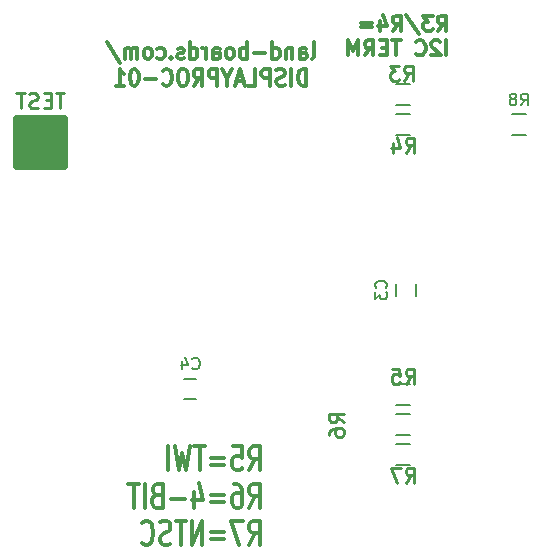
<source format=gbo>
G04 #@! TF.FileFunction,Legend,Bot*
%FSLAX46Y46*%
G04 Gerber Fmt 4.6, Leading zero omitted, Abs format (unit mm)*
G04 Created by KiCad (PCBNEW (after 2015-mar-04 BZR unknown)-product) date 11/11/2016 2:11:17 PM*
%MOMM*%
G01*
G04 APERTURE LIST*
%ADD10C,0.150000*%
%ADD11C,0.304800*%
%ADD12C,0.650000*%
%ADD13C,0.254000*%
G04 APERTURE END LIST*
D10*
D11*
X192646905Y-82464124D02*
X193070238Y-81859362D01*
X193372619Y-82464124D02*
X193372619Y-81194124D01*
X192888810Y-81194124D01*
X192767857Y-81254600D01*
X192707381Y-81315076D01*
X192646905Y-81436029D01*
X192646905Y-81617457D01*
X192707381Y-81738410D01*
X192767857Y-81798886D01*
X192888810Y-81859362D01*
X193372619Y-81859362D01*
X192223571Y-81194124D02*
X191437381Y-81194124D01*
X191860714Y-81677933D01*
X191679286Y-81677933D01*
X191558333Y-81738410D01*
X191497857Y-81798886D01*
X191437381Y-81919838D01*
X191437381Y-82222219D01*
X191497857Y-82343171D01*
X191558333Y-82403648D01*
X191679286Y-82464124D01*
X192042143Y-82464124D01*
X192163095Y-82403648D01*
X192223571Y-82343171D01*
X189985952Y-81133648D02*
X191074524Y-82766505D01*
X188836905Y-82464124D02*
X189260238Y-81859362D01*
X189562619Y-82464124D02*
X189562619Y-81194124D01*
X189078810Y-81194124D01*
X188957857Y-81254600D01*
X188897381Y-81315076D01*
X188836905Y-81436029D01*
X188836905Y-81617457D01*
X188897381Y-81738410D01*
X188957857Y-81798886D01*
X189078810Y-81859362D01*
X189562619Y-81859362D01*
X187748333Y-81617457D02*
X187748333Y-82464124D01*
X188050714Y-81133648D02*
X188353095Y-82040790D01*
X187566905Y-82040790D01*
X187083095Y-81798886D02*
X186115476Y-81798886D01*
X186115476Y-82161743D02*
X187083095Y-82161743D01*
X193372619Y-84546924D02*
X193372619Y-83276924D01*
X192828333Y-83397876D02*
X192767857Y-83337400D01*
X192646905Y-83276924D01*
X192344524Y-83276924D01*
X192223571Y-83337400D01*
X192163095Y-83397876D01*
X192102619Y-83518829D01*
X192102619Y-83639781D01*
X192163095Y-83821210D01*
X192888809Y-84546924D01*
X192102619Y-84546924D01*
X190832619Y-84425971D02*
X190893095Y-84486448D01*
X191074524Y-84546924D01*
X191195476Y-84546924D01*
X191376904Y-84486448D01*
X191497857Y-84365495D01*
X191558333Y-84244543D01*
X191618809Y-84002638D01*
X191618809Y-83821210D01*
X191558333Y-83579305D01*
X191497857Y-83458352D01*
X191376904Y-83337400D01*
X191195476Y-83276924D01*
X191074524Y-83276924D01*
X190893095Y-83337400D01*
X190832619Y-83397876D01*
X189502143Y-83276924D02*
X188776428Y-83276924D01*
X189139285Y-84546924D02*
X189139285Y-83276924D01*
X188353095Y-83881686D02*
X187929762Y-83881686D01*
X187748333Y-84546924D02*
X188353095Y-84546924D01*
X188353095Y-83276924D01*
X187748333Y-83276924D01*
X186478333Y-84546924D02*
X186901666Y-83942162D01*
X187204047Y-84546924D02*
X187204047Y-83276924D01*
X186720238Y-83276924D01*
X186599285Y-83337400D01*
X186538809Y-83397876D01*
X186478333Y-83518829D01*
X186478333Y-83700257D01*
X186538809Y-83821210D01*
X186599285Y-83881686D01*
X186720238Y-83942162D01*
X187204047Y-83942162D01*
X185934047Y-84546924D02*
X185934047Y-83276924D01*
X185510714Y-84184067D01*
X185087380Y-83276924D01*
X185087380Y-84546924D01*
X176693286Y-119689638D02*
X177201286Y-118722019D01*
X177564143Y-119689638D02*
X177564143Y-117657638D01*
X176983571Y-117657638D01*
X176838429Y-117754400D01*
X176765857Y-117851162D01*
X176693286Y-118044686D01*
X176693286Y-118334971D01*
X176765857Y-118528495D01*
X176838429Y-118625257D01*
X176983571Y-118722019D01*
X177564143Y-118722019D01*
X175314429Y-117657638D02*
X176040143Y-117657638D01*
X176112714Y-118625257D01*
X176040143Y-118528495D01*
X175895000Y-118431733D01*
X175532143Y-118431733D01*
X175387000Y-118528495D01*
X175314429Y-118625257D01*
X175241857Y-118818781D01*
X175241857Y-119302590D01*
X175314429Y-119496114D01*
X175387000Y-119592876D01*
X175532143Y-119689638D01*
X175895000Y-119689638D01*
X176040143Y-119592876D01*
X176112714Y-119496114D01*
X174588714Y-118625257D02*
X173427571Y-118625257D01*
X173427571Y-119205829D02*
X174588714Y-119205829D01*
X172919571Y-117657638D02*
X172048714Y-117657638D01*
X172484143Y-119689638D02*
X172484143Y-117657638D01*
X171685857Y-117657638D02*
X171323000Y-119689638D01*
X171032714Y-118238210D01*
X170742428Y-119689638D01*
X170379571Y-117657638D01*
X169799000Y-119689638D02*
X169799000Y-117657638D01*
X176693286Y-122839238D02*
X177201286Y-121871619D01*
X177564143Y-122839238D02*
X177564143Y-120807238D01*
X176983571Y-120807238D01*
X176838429Y-120904000D01*
X176765857Y-121000762D01*
X176693286Y-121194286D01*
X176693286Y-121484571D01*
X176765857Y-121678095D01*
X176838429Y-121774857D01*
X176983571Y-121871619D01*
X177564143Y-121871619D01*
X175387000Y-120807238D02*
X175677286Y-120807238D01*
X175822429Y-120904000D01*
X175895000Y-121000762D01*
X176040143Y-121291048D01*
X176112714Y-121678095D01*
X176112714Y-122452190D01*
X176040143Y-122645714D01*
X175967571Y-122742476D01*
X175822429Y-122839238D01*
X175532143Y-122839238D01*
X175387000Y-122742476D01*
X175314429Y-122645714D01*
X175241857Y-122452190D01*
X175241857Y-121968381D01*
X175314429Y-121774857D01*
X175387000Y-121678095D01*
X175532143Y-121581333D01*
X175822429Y-121581333D01*
X175967571Y-121678095D01*
X176040143Y-121774857D01*
X176112714Y-121968381D01*
X174588714Y-121774857D02*
X173427571Y-121774857D01*
X173427571Y-122355429D02*
X174588714Y-122355429D01*
X172048714Y-121484571D02*
X172048714Y-122839238D01*
X172411571Y-120710476D02*
X172774428Y-122161905D01*
X171831000Y-122161905D01*
X171250428Y-122065143D02*
X170089285Y-122065143D01*
X168855571Y-121774857D02*
X168637857Y-121871619D01*
X168565285Y-121968381D01*
X168492714Y-122161905D01*
X168492714Y-122452190D01*
X168565285Y-122645714D01*
X168637857Y-122742476D01*
X168782999Y-122839238D01*
X169363571Y-122839238D01*
X169363571Y-120807238D01*
X168855571Y-120807238D01*
X168710428Y-120904000D01*
X168637857Y-121000762D01*
X168565285Y-121194286D01*
X168565285Y-121387810D01*
X168637857Y-121581333D01*
X168710428Y-121678095D01*
X168855571Y-121774857D01*
X169363571Y-121774857D01*
X167839571Y-122839238D02*
X167839571Y-120807238D01*
X167331571Y-120807238D02*
X166460714Y-120807238D01*
X166896143Y-122839238D02*
X166896143Y-120807238D01*
X176693286Y-125988838D02*
X177201286Y-125021219D01*
X177564143Y-125988838D02*
X177564143Y-123956838D01*
X176983571Y-123956838D01*
X176838429Y-124053600D01*
X176765857Y-124150362D01*
X176693286Y-124343886D01*
X176693286Y-124634171D01*
X176765857Y-124827695D01*
X176838429Y-124924457D01*
X176983571Y-125021219D01*
X177564143Y-125021219D01*
X176185286Y-123956838D02*
X175169286Y-123956838D01*
X175822429Y-125988838D01*
X174588714Y-124924457D02*
X173427571Y-124924457D01*
X173427571Y-125505029D02*
X174588714Y-125505029D01*
X172701857Y-125988838D02*
X172701857Y-123956838D01*
X171831000Y-125988838D01*
X171831000Y-123956838D01*
X171323000Y-123956838D02*
X170452143Y-123956838D01*
X170887572Y-125988838D02*
X170887572Y-123956838D01*
X170016714Y-125892076D02*
X169799000Y-125988838D01*
X169436143Y-125988838D01*
X169291000Y-125892076D01*
X169218429Y-125795314D01*
X169145857Y-125601790D01*
X169145857Y-125408267D01*
X169218429Y-125214743D01*
X169291000Y-125117981D01*
X169436143Y-125021219D01*
X169726429Y-124924457D01*
X169871571Y-124827695D01*
X169944143Y-124730933D01*
X170016714Y-124537410D01*
X170016714Y-124343886D01*
X169944143Y-124150362D01*
X169871571Y-124053600D01*
X169726429Y-123956838D01*
X169363571Y-123956838D01*
X169145857Y-124053600D01*
X167621857Y-125795314D02*
X167694428Y-125892076D01*
X167912142Y-125988838D01*
X168057285Y-125988838D01*
X168275000Y-125892076D01*
X168420142Y-125698552D01*
X168492714Y-125505029D01*
X168565285Y-125117981D01*
X168565285Y-124827695D01*
X168492714Y-124440648D01*
X168420142Y-124247124D01*
X168275000Y-124053600D01*
X168057285Y-123956838D01*
X167912142Y-123956838D01*
X167694428Y-124053600D01*
X167621857Y-124150362D01*
X181978905Y-84845676D02*
X182099858Y-84779152D01*
X182160334Y-84646105D01*
X182160334Y-83448676D01*
X180950810Y-84845676D02*
X180950810Y-84113914D01*
X181011287Y-83980867D01*
X181132239Y-83914343D01*
X181374144Y-83914343D01*
X181495096Y-83980867D01*
X180950810Y-84779152D02*
X181071763Y-84845676D01*
X181374144Y-84845676D01*
X181495096Y-84779152D01*
X181555572Y-84646105D01*
X181555572Y-84513057D01*
X181495096Y-84380010D01*
X181374144Y-84313486D01*
X181071763Y-84313486D01*
X180950810Y-84246962D01*
X180346048Y-83914343D02*
X180346048Y-84845676D01*
X180346048Y-84047390D02*
X180285572Y-83980867D01*
X180164619Y-83914343D01*
X179983191Y-83914343D01*
X179862239Y-83980867D01*
X179801762Y-84113914D01*
X179801762Y-84845676D01*
X178652714Y-84845676D02*
X178652714Y-83448676D01*
X178652714Y-84779152D02*
X178773667Y-84845676D01*
X179015571Y-84845676D01*
X179136524Y-84779152D01*
X179197000Y-84712629D01*
X179257476Y-84579581D01*
X179257476Y-84180438D01*
X179197000Y-84047390D01*
X179136524Y-83980867D01*
X179015571Y-83914343D01*
X178773667Y-83914343D01*
X178652714Y-83980867D01*
X178047952Y-84313486D02*
X177080333Y-84313486D01*
X176475571Y-84845676D02*
X176475571Y-83448676D01*
X176475571Y-83980867D02*
X176354619Y-83914343D01*
X176112714Y-83914343D01*
X175991762Y-83980867D01*
X175931285Y-84047390D01*
X175870809Y-84180438D01*
X175870809Y-84579581D01*
X175931285Y-84712629D01*
X175991762Y-84779152D01*
X176112714Y-84845676D01*
X176354619Y-84845676D01*
X176475571Y-84779152D01*
X175145094Y-84845676D02*
X175266047Y-84779152D01*
X175326523Y-84712629D01*
X175386999Y-84579581D01*
X175386999Y-84180438D01*
X175326523Y-84047390D01*
X175266047Y-83980867D01*
X175145094Y-83914343D01*
X174963666Y-83914343D01*
X174842714Y-83980867D01*
X174782237Y-84047390D01*
X174721761Y-84180438D01*
X174721761Y-84579581D01*
X174782237Y-84712629D01*
X174842714Y-84779152D01*
X174963666Y-84845676D01*
X175145094Y-84845676D01*
X173633189Y-84845676D02*
X173633189Y-84113914D01*
X173693666Y-83980867D01*
X173814618Y-83914343D01*
X174056523Y-83914343D01*
X174177475Y-83980867D01*
X173633189Y-84779152D02*
X173754142Y-84845676D01*
X174056523Y-84845676D01*
X174177475Y-84779152D01*
X174237951Y-84646105D01*
X174237951Y-84513057D01*
X174177475Y-84380010D01*
X174056523Y-84313486D01*
X173754142Y-84313486D01*
X173633189Y-84246962D01*
X173028427Y-84845676D02*
X173028427Y-83914343D01*
X173028427Y-84180438D02*
X172967951Y-84047390D01*
X172907475Y-83980867D01*
X172786522Y-83914343D01*
X172665570Y-83914343D01*
X171697951Y-84845676D02*
X171697951Y-83448676D01*
X171697951Y-84779152D02*
X171818904Y-84845676D01*
X172060808Y-84845676D01*
X172181761Y-84779152D01*
X172242237Y-84712629D01*
X172302713Y-84579581D01*
X172302713Y-84180438D01*
X172242237Y-84047390D01*
X172181761Y-83980867D01*
X172060808Y-83914343D01*
X171818904Y-83914343D01*
X171697951Y-83980867D01*
X171153665Y-84779152D02*
X171032713Y-84845676D01*
X170790808Y-84845676D01*
X170669856Y-84779152D01*
X170609380Y-84646105D01*
X170609380Y-84579581D01*
X170669856Y-84446533D01*
X170790808Y-84380010D01*
X170972237Y-84380010D01*
X171093189Y-84313486D01*
X171153665Y-84180438D01*
X171153665Y-84113914D01*
X171093189Y-83980867D01*
X170972237Y-83914343D01*
X170790808Y-83914343D01*
X170669856Y-83980867D01*
X170065094Y-84712629D02*
X170004618Y-84779152D01*
X170065094Y-84845676D01*
X170125570Y-84779152D01*
X170065094Y-84712629D01*
X170065094Y-84845676D01*
X168916046Y-84779152D02*
X169036999Y-84845676D01*
X169278903Y-84845676D01*
X169399856Y-84779152D01*
X169460332Y-84712629D01*
X169520808Y-84579581D01*
X169520808Y-84180438D01*
X169460332Y-84047390D01*
X169399856Y-83980867D01*
X169278903Y-83914343D01*
X169036999Y-83914343D01*
X168916046Y-83980867D01*
X168190332Y-84845676D02*
X168311285Y-84779152D01*
X168371761Y-84712629D01*
X168432237Y-84579581D01*
X168432237Y-84180438D01*
X168371761Y-84047390D01*
X168311285Y-83980867D01*
X168190332Y-83914343D01*
X168008904Y-83914343D01*
X167887952Y-83980867D01*
X167827475Y-84047390D01*
X167766999Y-84180438D01*
X167766999Y-84579581D01*
X167827475Y-84712629D01*
X167887952Y-84779152D01*
X168008904Y-84845676D01*
X168190332Y-84845676D01*
X167222713Y-84845676D02*
X167222713Y-83914343D01*
X167222713Y-84047390D02*
X167162237Y-83980867D01*
X167041284Y-83914343D01*
X166859856Y-83914343D01*
X166738904Y-83980867D01*
X166678427Y-84113914D01*
X166678427Y-84845676D01*
X166678427Y-84113914D02*
X166617951Y-83980867D01*
X166496999Y-83914343D01*
X166315570Y-83914343D01*
X166194618Y-83980867D01*
X166134142Y-84113914D01*
X166134142Y-84845676D01*
X164622237Y-83382152D02*
X165710809Y-85178295D01*
X181525333Y-87106276D02*
X181525333Y-85709276D01*
X181222952Y-85709276D01*
X181041524Y-85775800D01*
X180920571Y-85908848D01*
X180860095Y-86041895D01*
X180799619Y-86307990D01*
X180799619Y-86507562D01*
X180860095Y-86773657D01*
X180920571Y-86906705D01*
X181041524Y-87039752D01*
X181222952Y-87106276D01*
X181525333Y-87106276D01*
X180255333Y-87106276D02*
X180255333Y-85709276D01*
X179711047Y-87039752D02*
X179529619Y-87106276D01*
X179227238Y-87106276D01*
X179106285Y-87039752D01*
X179045809Y-86973229D01*
X178985333Y-86840181D01*
X178985333Y-86707133D01*
X179045809Y-86574086D01*
X179106285Y-86507562D01*
X179227238Y-86441038D01*
X179469142Y-86374514D01*
X179590095Y-86307990D01*
X179650571Y-86241467D01*
X179711047Y-86108419D01*
X179711047Y-85975371D01*
X179650571Y-85842324D01*
X179590095Y-85775800D01*
X179469142Y-85709276D01*
X179166762Y-85709276D01*
X178985333Y-85775800D01*
X178441047Y-87106276D02*
X178441047Y-85709276D01*
X177957238Y-85709276D01*
X177836285Y-85775800D01*
X177775809Y-85842324D01*
X177715333Y-85975371D01*
X177715333Y-86174943D01*
X177775809Y-86307990D01*
X177836285Y-86374514D01*
X177957238Y-86441038D01*
X178441047Y-86441038D01*
X176566285Y-87106276D02*
X177171047Y-87106276D01*
X177171047Y-85709276D01*
X176203428Y-86707133D02*
X175598666Y-86707133D01*
X176324381Y-87106276D02*
X175901047Y-85709276D01*
X175477714Y-87106276D01*
X174812476Y-86441038D02*
X174812476Y-87106276D01*
X175235810Y-85709276D02*
X174812476Y-86441038D01*
X174389143Y-85709276D01*
X173965810Y-87106276D02*
X173965810Y-85709276D01*
X173482001Y-85709276D01*
X173361048Y-85775800D01*
X173300572Y-85842324D01*
X173240096Y-85975371D01*
X173240096Y-86174943D01*
X173300572Y-86307990D01*
X173361048Y-86374514D01*
X173482001Y-86441038D01*
X173965810Y-86441038D01*
X171970096Y-87106276D02*
X172393429Y-86441038D01*
X172695810Y-87106276D02*
X172695810Y-85709276D01*
X172212001Y-85709276D01*
X172091048Y-85775800D01*
X172030572Y-85842324D01*
X171970096Y-85975371D01*
X171970096Y-86174943D01*
X172030572Y-86307990D01*
X172091048Y-86374514D01*
X172212001Y-86441038D01*
X172695810Y-86441038D01*
X171183905Y-85709276D02*
X170942001Y-85709276D01*
X170821048Y-85775800D01*
X170700096Y-85908848D01*
X170639620Y-86174943D01*
X170639620Y-86640610D01*
X170700096Y-86906705D01*
X170821048Y-87039752D01*
X170942001Y-87106276D01*
X171183905Y-87106276D01*
X171304858Y-87039752D01*
X171425810Y-86906705D01*
X171486286Y-86640610D01*
X171486286Y-86174943D01*
X171425810Y-85908848D01*
X171304858Y-85775800D01*
X171183905Y-85709276D01*
X169369620Y-86973229D02*
X169430096Y-87039752D01*
X169611525Y-87106276D01*
X169732477Y-87106276D01*
X169913905Y-87039752D01*
X170034858Y-86906705D01*
X170095334Y-86773657D01*
X170155810Y-86507562D01*
X170155810Y-86307990D01*
X170095334Y-86041895D01*
X170034858Y-85908848D01*
X169913905Y-85775800D01*
X169732477Y-85709276D01*
X169611525Y-85709276D01*
X169430096Y-85775800D01*
X169369620Y-85842324D01*
X168825334Y-86574086D02*
X167857715Y-86574086D01*
X167011048Y-85709276D02*
X166890096Y-85709276D01*
X166769144Y-85775800D01*
X166708667Y-85842324D01*
X166648191Y-85975371D01*
X166587715Y-86241467D01*
X166587715Y-86574086D01*
X166648191Y-86840181D01*
X166708667Y-86973229D01*
X166769144Y-87039752D01*
X166890096Y-87106276D01*
X167011048Y-87106276D01*
X167132001Y-87039752D01*
X167192477Y-86973229D01*
X167252953Y-86840181D01*
X167313429Y-86574086D01*
X167313429Y-86241467D01*
X167252953Y-85975371D01*
X167192477Y-85842324D01*
X167132001Y-85775800D01*
X167011048Y-85709276D01*
X165378191Y-87106276D02*
X166103905Y-87106276D01*
X165741048Y-87106276D02*
X165741048Y-85709276D01*
X165862000Y-85908848D01*
X165982953Y-86041895D01*
X166103905Y-86108419D01*
D10*
X190338000Y-112409000D02*
X189138000Y-112409000D01*
X189138000Y-114159000D02*
X190338000Y-114159000D01*
X190338000Y-114949000D02*
X189138000Y-114949000D01*
X189138000Y-116699000D02*
X190338000Y-116699000D01*
X190338000Y-117489000D02*
X189138000Y-117489000D01*
X189138000Y-119239000D02*
X190338000Y-119239000D01*
D12*
X157004000Y-89948000D02*
X161004000Y-89948000D01*
X161004000Y-89948000D02*
X161004000Y-93948000D01*
X161004000Y-93948000D02*
X157004000Y-93948000D01*
X157004000Y-93948000D02*
X157004000Y-89948000D01*
X157004000Y-89948000D02*
X157004000Y-90448000D01*
X157004000Y-90448000D02*
X161004000Y-90448000D01*
X161004000Y-90448000D02*
X161004000Y-90948000D01*
X161004000Y-90948000D02*
X157004000Y-90948000D01*
X157004000Y-90948000D02*
X157004000Y-91448000D01*
X157004000Y-91448000D02*
X161004000Y-91448000D01*
X161004000Y-91448000D02*
X161004000Y-91948000D01*
X161004000Y-91948000D02*
X157004000Y-91948000D01*
X157004000Y-91948000D02*
X157004000Y-92448000D01*
X157004000Y-92448000D02*
X160504000Y-92448000D01*
X160504000Y-92448000D02*
X161004000Y-92448000D01*
X161004000Y-92448000D02*
X161004000Y-92948000D01*
X161004000Y-92948000D02*
X157004000Y-92948000D01*
X157004000Y-92948000D02*
X157004000Y-93448000D01*
X157004000Y-93448000D02*
X161004000Y-93448000D01*
D10*
X189138000Y-91299000D02*
X190338000Y-91299000D01*
X190338000Y-89549000D02*
X189138000Y-89549000D01*
X190338000Y-87009000D02*
X189138000Y-87009000D01*
X189138000Y-88759000D02*
X190338000Y-88759000D01*
X189142000Y-104894000D02*
X189142000Y-103894000D01*
X190842000Y-103894000D02*
X190842000Y-104894000D01*
X171204000Y-111926000D02*
X172204000Y-111926000D01*
X172204000Y-113626000D02*
X171204000Y-113626000D01*
X198917000Y-91299000D02*
X200117000Y-91299000D01*
X200117000Y-89549000D02*
X198917000Y-89549000D01*
D13*
X189949667Y-112334524D02*
X190373000Y-111729762D01*
X190675381Y-112334524D02*
X190675381Y-111064524D01*
X190191572Y-111064524D01*
X190070619Y-111125000D01*
X190010143Y-111185476D01*
X189949667Y-111306429D01*
X189949667Y-111487857D01*
X190010143Y-111608810D01*
X190070619Y-111669286D01*
X190191572Y-111729762D01*
X190675381Y-111729762D01*
X188800619Y-111064524D02*
X189405381Y-111064524D01*
X189465857Y-111669286D01*
X189405381Y-111608810D01*
X189284429Y-111548333D01*
X188982048Y-111548333D01*
X188861095Y-111608810D01*
X188800619Y-111669286D01*
X188740143Y-111790238D01*
X188740143Y-112092619D01*
X188800619Y-112213571D01*
X188861095Y-112274048D01*
X188982048Y-112334524D01*
X189284429Y-112334524D01*
X189405381Y-112274048D01*
X189465857Y-112213571D01*
X184724524Y-115612333D02*
X184119762Y-115189000D01*
X184724524Y-114886619D02*
X183454524Y-114886619D01*
X183454524Y-115370428D01*
X183515000Y-115491381D01*
X183575476Y-115551857D01*
X183696429Y-115612333D01*
X183877857Y-115612333D01*
X183998810Y-115551857D01*
X184059286Y-115491381D01*
X184119762Y-115370428D01*
X184119762Y-114886619D01*
X183454524Y-116700905D02*
X183454524Y-116459000D01*
X183515000Y-116338048D01*
X183575476Y-116277571D01*
X183756905Y-116156619D01*
X183998810Y-116096143D01*
X184482619Y-116096143D01*
X184603571Y-116156619D01*
X184664048Y-116217095D01*
X184724524Y-116338048D01*
X184724524Y-116579952D01*
X184664048Y-116700905D01*
X184603571Y-116761381D01*
X184482619Y-116821857D01*
X184180238Y-116821857D01*
X184059286Y-116761381D01*
X183998810Y-116700905D01*
X183938333Y-116579952D01*
X183938333Y-116338048D01*
X183998810Y-116217095D01*
X184059286Y-116156619D01*
X184180238Y-116096143D01*
X189949667Y-120716524D02*
X190373000Y-120111762D01*
X190675381Y-120716524D02*
X190675381Y-119446524D01*
X190191572Y-119446524D01*
X190070619Y-119507000D01*
X190010143Y-119567476D01*
X189949667Y-119688429D01*
X189949667Y-119869857D01*
X190010143Y-119990810D01*
X190070619Y-120051286D01*
X190191572Y-120111762D01*
X190675381Y-120111762D01*
X189526333Y-119446524D02*
X188679667Y-119446524D01*
X189223952Y-120716524D01*
X161029953Y-87752524D02*
X160304238Y-87752524D01*
X160667095Y-89022524D02*
X160667095Y-87752524D01*
X159880905Y-88357286D02*
X159457572Y-88357286D01*
X159276143Y-89022524D02*
X159880905Y-89022524D01*
X159880905Y-87752524D01*
X159276143Y-87752524D01*
X158792333Y-88962048D02*
X158610905Y-89022524D01*
X158308524Y-89022524D01*
X158187571Y-88962048D01*
X158127095Y-88901571D01*
X158066619Y-88780619D01*
X158066619Y-88659667D01*
X158127095Y-88538714D01*
X158187571Y-88478238D01*
X158308524Y-88417762D01*
X158550428Y-88357286D01*
X158671381Y-88296810D01*
X158731857Y-88236333D01*
X158792333Y-88115381D01*
X158792333Y-87994429D01*
X158731857Y-87873476D01*
X158671381Y-87813000D01*
X158550428Y-87752524D01*
X158248048Y-87752524D01*
X158066619Y-87813000D01*
X157703762Y-87752524D02*
X156978047Y-87752524D01*
X157340904Y-89022524D02*
X157340904Y-87752524D01*
X189949667Y-92776524D02*
X190373000Y-92171762D01*
X190675381Y-92776524D02*
X190675381Y-91506524D01*
X190191572Y-91506524D01*
X190070619Y-91567000D01*
X190010143Y-91627476D01*
X189949667Y-91748429D01*
X189949667Y-91929857D01*
X190010143Y-92050810D01*
X190070619Y-92111286D01*
X190191572Y-92171762D01*
X190675381Y-92171762D01*
X188861095Y-91929857D02*
X188861095Y-92776524D01*
X189163476Y-91446048D02*
X189465857Y-92353190D01*
X188679667Y-92353190D01*
X189822667Y-86680524D02*
X190246000Y-86075762D01*
X190548381Y-86680524D02*
X190548381Y-85410524D01*
X190064572Y-85410524D01*
X189943619Y-85471000D01*
X189883143Y-85531476D01*
X189822667Y-85652429D01*
X189822667Y-85833857D01*
X189883143Y-85954810D01*
X189943619Y-86015286D01*
X190064572Y-86075762D01*
X190548381Y-86075762D01*
X189399333Y-85410524D02*
X188613143Y-85410524D01*
X189036476Y-85894333D01*
X188855048Y-85894333D01*
X188734095Y-85954810D01*
X188673619Y-86015286D01*
X188613143Y-86136238D01*
X188613143Y-86438619D01*
X188673619Y-86559571D01*
X188734095Y-86620048D01*
X188855048Y-86680524D01*
X189217905Y-86680524D01*
X189338857Y-86620048D01*
X189399333Y-86559571D01*
D10*
X188249143Y-104227334D02*
X188296762Y-104179715D01*
X188344381Y-104036858D01*
X188344381Y-103941620D01*
X188296762Y-103798762D01*
X188201524Y-103703524D01*
X188106286Y-103655905D01*
X187915810Y-103608286D01*
X187772952Y-103608286D01*
X187582476Y-103655905D01*
X187487238Y-103703524D01*
X187392000Y-103798762D01*
X187344381Y-103941620D01*
X187344381Y-104036858D01*
X187392000Y-104179715D01*
X187439619Y-104227334D01*
X187344381Y-104560667D02*
X187344381Y-105179715D01*
X187725333Y-104846381D01*
X187725333Y-104989239D01*
X187772952Y-105084477D01*
X187820571Y-105132096D01*
X187915810Y-105179715D01*
X188153905Y-105179715D01*
X188249143Y-105132096D01*
X188296762Y-105084477D01*
X188344381Y-104989239D01*
X188344381Y-104703524D01*
X188296762Y-104608286D01*
X188249143Y-104560667D01*
X171870666Y-111033143D02*
X171918285Y-111080762D01*
X172061142Y-111128381D01*
X172156380Y-111128381D01*
X172299238Y-111080762D01*
X172394476Y-110985524D01*
X172442095Y-110890286D01*
X172489714Y-110699810D01*
X172489714Y-110556952D01*
X172442095Y-110366476D01*
X172394476Y-110271238D01*
X172299238Y-110176000D01*
X172156380Y-110128381D01*
X172061142Y-110128381D01*
X171918285Y-110176000D01*
X171870666Y-110223619D01*
X171013523Y-110461714D02*
X171013523Y-111128381D01*
X171251619Y-110080762D02*
X171489714Y-110795048D01*
X170870666Y-110795048D01*
X199683666Y-88776381D02*
X200017000Y-88300190D01*
X200255095Y-88776381D02*
X200255095Y-87776381D01*
X199874142Y-87776381D01*
X199778904Y-87824000D01*
X199731285Y-87871619D01*
X199683666Y-87966857D01*
X199683666Y-88109714D01*
X199731285Y-88204952D01*
X199778904Y-88252571D01*
X199874142Y-88300190D01*
X200255095Y-88300190D01*
X199112238Y-88204952D02*
X199207476Y-88157333D01*
X199255095Y-88109714D01*
X199302714Y-88014476D01*
X199302714Y-87966857D01*
X199255095Y-87871619D01*
X199207476Y-87824000D01*
X199112238Y-87776381D01*
X198921761Y-87776381D01*
X198826523Y-87824000D01*
X198778904Y-87871619D01*
X198731285Y-87966857D01*
X198731285Y-88014476D01*
X198778904Y-88109714D01*
X198826523Y-88157333D01*
X198921761Y-88204952D01*
X199112238Y-88204952D01*
X199207476Y-88252571D01*
X199255095Y-88300190D01*
X199302714Y-88395429D01*
X199302714Y-88585905D01*
X199255095Y-88681143D01*
X199207476Y-88728762D01*
X199112238Y-88776381D01*
X198921761Y-88776381D01*
X198826523Y-88728762D01*
X198778904Y-88681143D01*
X198731285Y-88585905D01*
X198731285Y-88395429D01*
X198778904Y-88300190D01*
X198826523Y-88252571D01*
X198921761Y-88204952D01*
M02*

</source>
